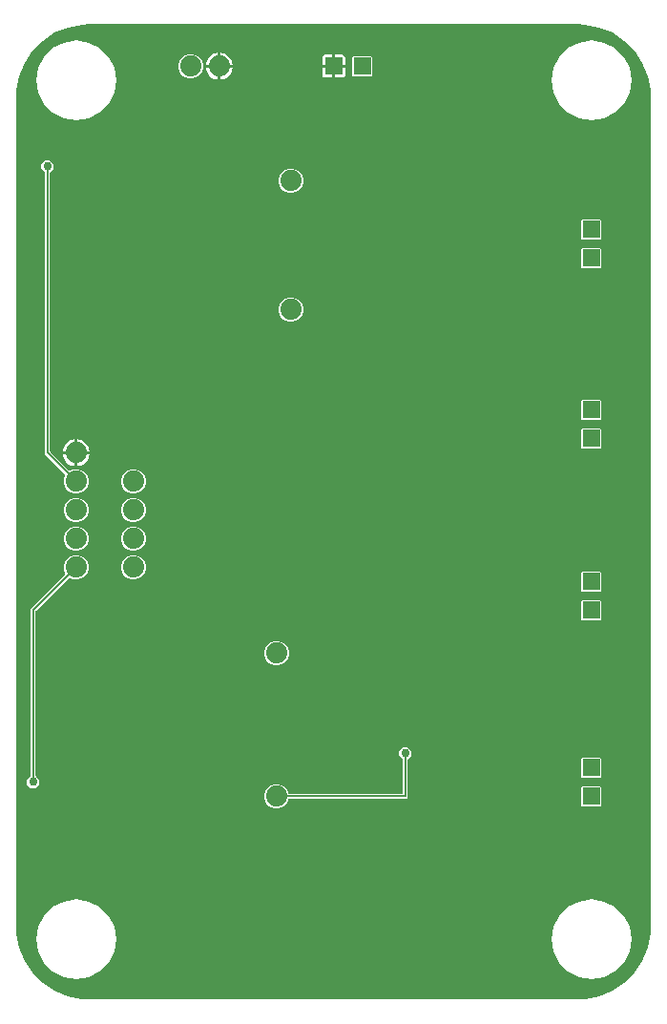
<source format=gbr>
G04 EAGLE Gerber RS-274X export*
G75*
%MOMM*%
%FSLAX34Y34*%
%LPD*%
%INBottom Copper*%
%IPPOS*%
%AMOC8*
5,1,8,0,0,1.08239X$1,22.5*%
G01*
%ADD10C,1.879600*%
%ADD11R,1.524000X1.524000*%
%ADD12C,0.152400*%
%ADD13C,0.756400*%

G36*
X509014Y10163D02*
X509014Y10163D01*
X509037Y10162D01*
X515318Y10470D01*
X515350Y10477D01*
X515429Y10484D01*
X527749Y12935D01*
X527772Y12943D01*
X527892Y12978D01*
X539497Y17785D01*
X539518Y17798D01*
X539629Y17855D01*
X550074Y24834D01*
X550091Y24851D01*
X550189Y24929D01*
X559071Y33811D01*
X559085Y33830D01*
X559166Y33926D01*
X566145Y44371D01*
X566155Y44393D01*
X566215Y44503D01*
X571022Y56108D01*
X571028Y56131D01*
X571065Y56251D01*
X573516Y68571D01*
X573517Y68604D01*
X573530Y68682D01*
X573838Y74963D01*
X573837Y74977D01*
X573839Y75000D01*
X573839Y810700D01*
X573837Y810714D01*
X573838Y810737D01*
X573530Y817018D01*
X573523Y817050D01*
X573516Y817129D01*
X571065Y829449D01*
X571057Y829472D01*
X571022Y829592D01*
X566215Y841197D01*
X566202Y841218D01*
X566145Y841329D01*
X559166Y851774D01*
X559149Y851791D01*
X559134Y851811D01*
X559121Y851833D01*
X559106Y851845D01*
X559071Y851889D01*
X550189Y860771D01*
X550170Y860785D01*
X550074Y860866D01*
X539629Y867845D01*
X539607Y867855D01*
X539497Y867915D01*
X527892Y872722D01*
X527869Y872728D01*
X527749Y872765D01*
X515429Y875216D01*
X515396Y875217D01*
X515318Y875230D01*
X509037Y875538D01*
X509023Y875537D01*
X509000Y875539D01*
X75000Y875539D01*
X74986Y875537D01*
X74962Y875538D01*
X68682Y875230D01*
X68650Y875223D01*
X68571Y875216D01*
X56251Y872765D01*
X56228Y872757D01*
X56108Y872722D01*
X44503Y867915D01*
X44482Y867902D01*
X44371Y867845D01*
X33926Y860866D01*
X33909Y860849D01*
X33811Y860771D01*
X24929Y851889D01*
X24915Y851870D01*
X24834Y851774D01*
X17855Y841329D01*
X17845Y841307D01*
X17785Y841198D01*
X12978Y829592D01*
X12972Y829569D01*
X12942Y829472D01*
X12941Y829471D01*
X12941Y829469D01*
X12935Y829449D01*
X10484Y817129D01*
X10483Y817096D01*
X10470Y817018D01*
X10162Y810737D01*
X10163Y810723D01*
X10161Y810700D01*
X10161Y75000D01*
X10163Y74986D01*
X10162Y74963D01*
X10470Y68682D01*
X10477Y68650D01*
X10484Y68571D01*
X12935Y56251D01*
X12943Y56228D01*
X12978Y56108D01*
X17785Y44503D01*
X17798Y44482D01*
X17855Y44371D01*
X24834Y33926D01*
X24851Y33909D01*
X24929Y33811D01*
X33811Y24929D01*
X33830Y24915D01*
X33926Y24834D01*
X44371Y17855D01*
X44393Y17845D01*
X44502Y17785D01*
X56108Y12978D01*
X56131Y12972D01*
X56251Y12935D01*
X68571Y10484D01*
X68604Y10483D01*
X68682Y10470D01*
X74963Y10162D01*
X74977Y10163D01*
X75000Y10161D01*
X509000Y10161D01*
X509014Y10163D01*
G37*
%LPC*%
G36*
X509714Y29689D02*
X509714Y29689D01*
X499803Y34738D01*
X491938Y42603D01*
X486889Y52514D01*
X485149Y63500D01*
X486889Y74486D01*
X491938Y84397D01*
X499803Y92262D01*
X509714Y97311D01*
X520700Y99051D01*
X531686Y97311D01*
X541597Y92262D01*
X549462Y84397D01*
X554511Y74486D01*
X556251Y63500D01*
X554511Y52514D01*
X549462Y42603D01*
X541597Y34738D01*
X531686Y29689D01*
X520700Y27949D01*
X509714Y29689D01*
G37*
%LPD*%
%LPC*%
G36*
X509714Y791689D02*
X509714Y791689D01*
X499803Y796738D01*
X491938Y804603D01*
X486889Y814514D01*
X485149Y825500D01*
X486889Y836486D01*
X491938Y846397D01*
X499803Y854262D01*
X509714Y859311D01*
X520700Y861051D01*
X531686Y859311D01*
X541597Y854262D01*
X549462Y846397D01*
X554511Y836486D01*
X556251Y825500D01*
X554511Y814514D01*
X549462Y804603D01*
X541597Y796738D01*
X531686Y791689D01*
X520700Y789949D01*
X509714Y791689D01*
G37*
%LPD*%
%LPC*%
G36*
X52514Y29689D02*
X52514Y29689D01*
X42603Y34738D01*
X34738Y42603D01*
X29689Y52514D01*
X27949Y63500D01*
X29689Y74486D01*
X34738Y84397D01*
X42603Y92262D01*
X52514Y97311D01*
X63500Y99051D01*
X74486Y97311D01*
X84397Y92262D01*
X92262Y84397D01*
X97311Y74486D01*
X99051Y63500D01*
X97311Y52514D01*
X92262Y42603D01*
X84397Y34738D01*
X74486Y29689D01*
X63500Y27949D01*
X52514Y29689D01*
G37*
%LPD*%
%LPC*%
G36*
X52514Y791689D02*
X52514Y791689D01*
X42603Y796738D01*
X34738Y804603D01*
X29689Y814514D01*
X27949Y825500D01*
X29689Y836486D01*
X34738Y846397D01*
X42603Y854262D01*
X52514Y859311D01*
X63500Y861051D01*
X74486Y859311D01*
X84397Y854262D01*
X92262Y846397D01*
X97311Y836486D01*
X99051Y825500D01*
X97311Y814514D01*
X92262Y804603D01*
X84397Y796738D01*
X74486Y791689D01*
X63500Y789949D01*
X52514Y791689D01*
G37*
%LPD*%
%LPC*%
G36*
X61327Y458977D02*
X61327Y458977D01*
X57313Y460640D01*
X54240Y463713D01*
X52577Y467727D01*
X52577Y472073D01*
X53998Y475503D01*
X54025Y475617D01*
X54053Y475730D01*
X54053Y475737D01*
X54054Y475743D01*
X54043Y475859D01*
X54034Y475976D01*
X54032Y475981D01*
X54031Y475988D01*
X53983Y476095D01*
X53938Y476202D01*
X53933Y476208D01*
X53931Y476212D01*
X53919Y476226D01*
X53833Y476333D01*
X35813Y494353D01*
X35813Y743767D01*
X35799Y743857D01*
X35791Y743948D01*
X35779Y743977D01*
X35774Y744009D01*
X35731Y744090D01*
X35695Y744174D01*
X35669Y744206D01*
X35658Y744227D01*
X35635Y744249D01*
X35590Y744305D01*
X32793Y747102D01*
X32793Y751498D01*
X35902Y754607D01*
X40298Y754607D01*
X43407Y751498D01*
X43407Y747102D01*
X40610Y744305D01*
X40557Y744231D01*
X40497Y744161D01*
X40485Y744131D01*
X40466Y744105D01*
X40439Y744018D01*
X40405Y743933D01*
X40401Y743892D01*
X40394Y743870D01*
X40395Y743838D01*
X40387Y743767D01*
X40387Y496563D01*
X40401Y496472D01*
X40409Y496382D01*
X40421Y496352D01*
X40426Y496320D01*
X40469Y496239D01*
X40505Y496155D01*
X40531Y496123D01*
X40542Y496102D01*
X40565Y496080D01*
X40610Y496024D01*
X57067Y479567D01*
X57161Y479499D01*
X57256Y479429D01*
X57262Y479427D01*
X57267Y479423D01*
X57378Y479389D01*
X57490Y479353D01*
X57496Y479353D01*
X57502Y479351D01*
X57619Y479354D01*
X57736Y479355D01*
X57743Y479357D01*
X57748Y479357D01*
X57765Y479364D01*
X57897Y479402D01*
X61327Y480823D01*
X65673Y480823D01*
X69687Y479160D01*
X72760Y476087D01*
X74423Y472073D01*
X74423Y467727D01*
X72760Y463713D01*
X69687Y460640D01*
X65673Y458977D01*
X61327Y458977D01*
G37*
%LPD*%
%LPC*%
G36*
X23202Y197893D02*
X23202Y197893D01*
X20093Y201002D01*
X20093Y205398D01*
X22890Y208195D01*
X22943Y208269D01*
X23003Y208339D01*
X23015Y208369D01*
X23034Y208395D01*
X23061Y208482D01*
X23095Y208567D01*
X23099Y208608D01*
X23106Y208630D01*
X23105Y208662D01*
X23113Y208733D01*
X23113Y356547D01*
X53833Y387267D01*
X53901Y387361D01*
X53971Y387456D01*
X53973Y387462D01*
X53977Y387467D01*
X54011Y387578D01*
X54047Y387690D01*
X54047Y387696D01*
X54049Y387702D01*
X54046Y387819D01*
X54045Y387936D01*
X54043Y387943D01*
X54043Y387948D01*
X54036Y387965D01*
X53998Y388097D01*
X52577Y391527D01*
X52577Y395873D01*
X54240Y399887D01*
X57313Y402960D01*
X61327Y404623D01*
X65673Y404623D01*
X69687Y402960D01*
X72760Y399887D01*
X74423Y395873D01*
X74423Y391527D01*
X72760Y387513D01*
X69687Y384440D01*
X65673Y382777D01*
X61327Y382777D01*
X57897Y384198D01*
X57783Y384225D01*
X57670Y384253D01*
X57663Y384253D01*
X57657Y384254D01*
X57541Y384243D01*
X57424Y384234D01*
X57419Y384232D01*
X57412Y384231D01*
X57305Y384183D01*
X57198Y384138D01*
X57192Y384133D01*
X57188Y384131D01*
X57174Y384119D01*
X57067Y384033D01*
X27910Y354876D01*
X27857Y354802D01*
X27797Y354732D01*
X27785Y354702D01*
X27766Y354676D01*
X27739Y354589D01*
X27705Y354504D01*
X27701Y354463D01*
X27694Y354441D01*
X27695Y354409D01*
X27687Y354337D01*
X27687Y208733D01*
X27701Y208643D01*
X27709Y208552D01*
X27721Y208523D01*
X27726Y208491D01*
X27769Y208410D01*
X27805Y208326D01*
X27831Y208294D01*
X27842Y208273D01*
X27865Y208251D01*
X27910Y208195D01*
X30707Y205398D01*
X30707Y201002D01*
X27598Y197893D01*
X23202Y197893D01*
G37*
%LPD*%
%LPC*%
G36*
X239127Y179577D02*
X239127Y179577D01*
X235113Y181240D01*
X232040Y184313D01*
X230377Y188327D01*
X230377Y192673D01*
X232040Y196687D01*
X235113Y199760D01*
X239127Y201423D01*
X243473Y201423D01*
X247487Y199760D01*
X250560Y196687D01*
X251981Y193257D01*
X252042Y193157D01*
X252102Y193057D01*
X252107Y193053D01*
X252110Y193048D01*
X252200Y192973D01*
X252289Y192897D01*
X252295Y192895D01*
X252300Y192891D01*
X252408Y192849D01*
X252517Y192805D01*
X252525Y192804D01*
X252530Y192803D01*
X252548Y192802D01*
X252684Y192787D01*
X352552Y192787D01*
X352572Y192790D01*
X352591Y192788D01*
X352693Y192810D01*
X352795Y192826D01*
X352812Y192836D01*
X352832Y192840D01*
X352921Y192893D01*
X353012Y192942D01*
X353026Y192956D01*
X353043Y192966D01*
X353110Y193045D01*
X353182Y193120D01*
X353190Y193138D01*
X353203Y193153D01*
X353242Y193249D01*
X353285Y193343D01*
X353287Y193363D01*
X353295Y193381D01*
X353313Y193548D01*
X353313Y223067D01*
X353299Y223157D01*
X353291Y223248D01*
X353279Y223277D01*
X353274Y223309D01*
X353231Y223390D01*
X353195Y223474D01*
X353169Y223506D01*
X353158Y223527D01*
X353135Y223549D01*
X353090Y223605D01*
X350293Y226402D01*
X350293Y230798D01*
X353402Y233907D01*
X357798Y233907D01*
X360907Y230798D01*
X360907Y226402D01*
X358110Y223605D01*
X358057Y223531D01*
X357997Y223461D01*
X357985Y223431D01*
X357966Y223405D01*
X357939Y223318D01*
X357905Y223233D01*
X357901Y223192D01*
X357894Y223170D01*
X357895Y223138D01*
X357887Y223067D01*
X357887Y189553D01*
X356547Y188213D01*
X252684Y188213D01*
X252569Y188194D01*
X252453Y188177D01*
X252448Y188175D01*
X252441Y188174D01*
X252339Y188119D01*
X252234Y188066D01*
X252230Y188061D01*
X252224Y188058D01*
X252144Y187974D01*
X252062Y187890D01*
X252058Y187884D01*
X252055Y187880D01*
X252047Y187863D01*
X251981Y187743D01*
X250560Y184313D01*
X247487Y181240D01*
X243473Y179577D01*
X239127Y179577D01*
G37*
%LPD*%
%LPC*%
G36*
X239127Y306577D02*
X239127Y306577D01*
X235113Y308240D01*
X232040Y311313D01*
X230377Y315327D01*
X230377Y319673D01*
X232040Y323687D01*
X235113Y326760D01*
X239127Y328423D01*
X243473Y328423D01*
X247487Y326760D01*
X250560Y323687D01*
X252223Y319673D01*
X252223Y315327D01*
X250560Y311313D01*
X247487Y308240D01*
X243473Y306577D01*
X239127Y306577D01*
G37*
%LPD*%
%LPC*%
G36*
X251827Y725677D02*
X251827Y725677D01*
X247813Y727340D01*
X244740Y730413D01*
X243077Y734427D01*
X243077Y738773D01*
X244740Y742787D01*
X247813Y745860D01*
X251827Y747523D01*
X256173Y747523D01*
X260187Y745860D01*
X263260Y742787D01*
X264923Y738773D01*
X264923Y734427D01*
X263260Y730413D01*
X260187Y727340D01*
X256173Y725677D01*
X251827Y725677D01*
G37*
%LPD*%
%LPC*%
G36*
X162927Y827277D02*
X162927Y827277D01*
X158913Y828940D01*
X155840Y832013D01*
X154177Y836027D01*
X154177Y840373D01*
X155840Y844387D01*
X158913Y847460D01*
X162927Y849123D01*
X167273Y849123D01*
X171287Y847460D01*
X174360Y844387D01*
X176023Y840373D01*
X176023Y836027D01*
X174360Y832013D01*
X171287Y828940D01*
X167273Y827277D01*
X162927Y827277D01*
G37*
%LPD*%
%LPC*%
G36*
X251827Y611377D02*
X251827Y611377D01*
X247813Y613040D01*
X244740Y616113D01*
X243077Y620127D01*
X243077Y624473D01*
X244740Y628487D01*
X247813Y631560D01*
X251827Y633223D01*
X256173Y633223D01*
X260187Y631560D01*
X263260Y628487D01*
X264923Y624473D01*
X264923Y620127D01*
X263260Y616113D01*
X260187Y613040D01*
X256173Y611377D01*
X251827Y611377D01*
G37*
%LPD*%
%LPC*%
G36*
X61327Y408177D02*
X61327Y408177D01*
X57313Y409840D01*
X54240Y412913D01*
X52577Y416927D01*
X52577Y421273D01*
X54240Y425287D01*
X57313Y428360D01*
X61327Y430023D01*
X65673Y430023D01*
X69687Y428360D01*
X72760Y425287D01*
X74423Y421273D01*
X74423Y416927D01*
X72760Y412913D01*
X69687Y409840D01*
X65673Y408177D01*
X61327Y408177D01*
G37*
%LPD*%
%LPC*%
G36*
X112127Y458977D02*
X112127Y458977D01*
X108113Y460640D01*
X105040Y463713D01*
X103377Y467727D01*
X103377Y472073D01*
X105040Y476087D01*
X108113Y479160D01*
X112127Y480823D01*
X116473Y480823D01*
X120487Y479160D01*
X123560Y476087D01*
X125223Y472073D01*
X125223Y467727D01*
X123560Y463713D01*
X120487Y460640D01*
X116473Y458977D01*
X112127Y458977D01*
G37*
%LPD*%
%LPC*%
G36*
X112127Y433577D02*
X112127Y433577D01*
X108113Y435240D01*
X105040Y438313D01*
X103377Y442327D01*
X103377Y446673D01*
X105040Y450687D01*
X108113Y453760D01*
X112127Y455423D01*
X116473Y455423D01*
X120487Y453760D01*
X123560Y450687D01*
X125223Y446673D01*
X125223Y442327D01*
X123560Y438313D01*
X120487Y435240D01*
X116473Y433577D01*
X112127Y433577D01*
G37*
%LPD*%
%LPC*%
G36*
X61327Y433577D02*
X61327Y433577D01*
X57313Y435240D01*
X54240Y438313D01*
X52577Y442327D01*
X52577Y446673D01*
X54240Y450687D01*
X57313Y453760D01*
X61327Y455423D01*
X65673Y455423D01*
X69687Y453760D01*
X72760Y450687D01*
X74423Y446673D01*
X74423Y442327D01*
X72760Y438313D01*
X69687Y435240D01*
X65673Y433577D01*
X61327Y433577D01*
G37*
%LPD*%
%LPC*%
G36*
X112127Y408177D02*
X112127Y408177D01*
X108113Y409840D01*
X105040Y412913D01*
X103377Y416927D01*
X103377Y421273D01*
X105040Y425287D01*
X108113Y428360D01*
X112127Y430023D01*
X116473Y430023D01*
X120487Y428360D01*
X123560Y425287D01*
X125223Y421273D01*
X125223Y416927D01*
X123560Y412913D01*
X120487Y409840D01*
X116473Y408177D01*
X112127Y408177D01*
G37*
%LPD*%
%LPC*%
G36*
X112127Y382777D02*
X112127Y382777D01*
X108113Y384440D01*
X105040Y387513D01*
X103377Y391527D01*
X103377Y395873D01*
X105040Y399887D01*
X108113Y402960D01*
X112127Y404623D01*
X116473Y404623D01*
X120487Y402960D01*
X123560Y399887D01*
X125223Y395873D01*
X125223Y391527D01*
X123560Y387513D01*
X120487Y384440D01*
X116473Y382777D01*
X112127Y382777D01*
G37*
%LPD*%
%LPC*%
G36*
X309248Y829055D02*
X309248Y829055D01*
X308355Y829948D01*
X308355Y846452D01*
X309248Y847345D01*
X325752Y847345D01*
X326645Y846452D01*
X326645Y829948D01*
X325752Y829055D01*
X309248Y829055D01*
G37*
%LPD*%
%LPC*%
G36*
X512448Y524255D02*
X512448Y524255D01*
X511555Y525148D01*
X511555Y541652D01*
X512448Y542545D01*
X528952Y542545D01*
X529845Y541652D01*
X529845Y525148D01*
X528952Y524255D01*
X512448Y524255D01*
G37*
%LPD*%
%LPC*%
G36*
X512448Y658875D02*
X512448Y658875D01*
X511555Y659768D01*
X511555Y676272D01*
X512448Y677165D01*
X528952Y677165D01*
X529845Y676272D01*
X529845Y659768D01*
X528952Y658875D01*
X512448Y658875D01*
G37*
%LPD*%
%LPC*%
G36*
X512448Y371855D02*
X512448Y371855D01*
X511555Y372748D01*
X511555Y389252D01*
X512448Y390145D01*
X528952Y390145D01*
X529845Y389252D01*
X529845Y372748D01*
X528952Y371855D01*
X512448Y371855D01*
G37*
%LPD*%
%LPC*%
G36*
X512448Y346455D02*
X512448Y346455D01*
X511555Y347348D01*
X511555Y363852D01*
X512448Y364745D01*
X528952Y364745D01*
X529845Y363852D01*
X529845Y347348D01*
X528952Y346455D01*
X512448Y346455D01*
G37*
%LPD*%
%LPC*%
G36*
X512448Y498855D02*
X512448Y498855D01*
X511555Y499748D01*
X511555Y516252D01*
X512448Y517145D01*
X528952Y517145D01*
X529845Y516252D01*
X529845Y499748D01*
X528952Y498855D01*
X512448Y498855D01*
G37*
%LPD*%
%LPC*%
G36*
X512448Y684275D02*
X512448Y684275D01*
X511555Y685168D01*
X511555Y701672D01*
X512448Y702565D01*
X528952Y702565D01*
X529845Y701672D01*
X529845Y685168D01*
X528952Y684275D01*
X512448Y684275D01*
G37*
%LPD*%
%LPC*%
G36*
X512448Y206755D02*
X512448Y206755D01*
X511555Y207648D01*
X511555Y224152D01*
X512448Y225045D01*
X528952Y225045D01*
X529845Y224152D01*
X529845Y207648D01*
X528952Y206755D01*
X512448Y206755D01*
G37*
%LPD*%
%LPC*%
G36*
X512448Y181355D02*
X512448Y181355D01*
X511555Y182248D01*
X511555Y198752D01*
X512448Y199645D01*
X528952Y199645D01*
X529845Y198752D01*
X529845Y182248D01*
X528952Y181355D01*
X512448Y181355D01*
G37*
%LPD*%
%LPC*%
G36*
X192023Y839723D02*
X192023Y839723D01*
X192023Y850046D01*
X193296Y849845D01*
X195083Y849264D01*
X196757Y848411D01*
X198278Y847306D01*
X199606Y845978D01*
X200711Y844457D01*
X201564Y842783D01*
X202145Y840996D01*
X202346Y839723D01*
X192023Y839723D01*
G37*
%LPD*%
%LPC*%
G36*
X65023Y496823D02*
X65023Y496823D01*
X65023Y507146D01*
X66296Y506945D01*
X68083Y506364D01*
X69757Y505511D01*
X71278Y504406D01*
X72606Y503078D01*
X73711Y501557D01*
X74564Y499883D01*
X75145Y498096D01*
X75346Y496823D01*
X65023Y496823D01*
G37*
%LPD*%
%LPC*%
G36*
X178654Y839723D02*
X178654Y839723D01*
X178855Y840996D01*
X179436Y842783D01*
X180289Y844457D01*
X181394Y845978D01*
X182722Y847306D01*
X184243Y848411D01*
X185917Y849264D01*
X187704Y849845D01*
X188977Y850046D01*
X188977Y839723D01*
X178654Y839723D01*
G37*
%LPD*%
%LPC*%
G36*
X192023Y836677D02*
X192023Y836677D01*
X202346Y836677D01*
X202145Y835404D01*
X201564Y833617D01*
X200711Y831943D01*
X199606Y830422D01*
X198278Y829094D01*
X196757Y827989D01*
X195083Y827136D01*
X193296Y826555D01*
X192023Y826354D01*
X192023Y836677D01*
G37*
%LPD*%
%LPC*%
G36*
X65023Y493777D02*
X65023Y493777D01*
X75346Y493777D01*
X75145Y492504D01*
X74564Y490717D01*
X73711Y489043D01*
X72606Y487522D01*
X71278Y486194D01*
X69757Y485089D01*
X68083Y484236D01*
X66296Y483655D01*
X65023Y483454D01*
X65023Y493777D01*
G37*
%LPD*%
%LPC*%
G36*
X51654Y496823D02*
X51654Y496823D01*
X51855Y498096D01*
X52436Y499883D01*
X53289Y501557D01*
X54394Y503078D01*
X55722Y504406D01*
X57243Y505511D01*
X58917Y506364D01*
X60704Y506945D01*
X61977Y507146D01*
X61977Y496823D01*
X51654Y496823D01*
G37*
%LPD*%
%LPC*%
G36*
X60704Y483655D02*
X60704Y483655D01*
X58917Y484236D01*
X57243Y485089D01*
X55722Y486194D01*
X54394Y487522D01*
X53289Y489043D01*
X52436Y490717D01*
X51855Y492504D01*
X51654Y493777D01*
X61977Y493777D01*
X61977Y483454D01*
X60704Y483655D01*
G37*
%LPD*%
%LPC*%
G36*
X187704Y826555D02*
X187704Y826555D01*
X185917Y827136D01*
X184243Y827989D01*
X182722Y829094D01*
X181394Y830422D01*
X180289Y831943D01*
X179436Y833617D01*
X178855Y835404D01*
X178654Y836677D01*
X188977Y836677D01*
X188977Y826354D01*
X187704Y826555D01*
G37*
%LPD*%
%LPC*%
G36*
X293623Y839723D02*
X293623Y839723D01*
X293623Y848361D01*
X300054Y848361D01*
X300701Y848188D01*
X301280Y847853D01*
X301753Y847380D01*
X302088Y846801D01*
X302261Y846154D01*
X302261Y839723D01*
X293623Y839723D01*
G37*
%LPD*%
%LPC*%
G36*
X281939Y839723D02*
X281939Y839723D01*
X281939Y846154D01*
X282112Y846801D01*
X282447Y847380D01*
X282920Y847853D01*
X283499Y848188D01*
X284146Y848361D01*
X290577Y848361D01*
X290577Y839723D01*
X281939Y839723D01*
G37*
%LPD*%
%LPC*%
G36*
X293623Y828039D02*
X293623Y828039D01*
X293623Y836677D01*
X302261Y836677D01*
X302261Y830246D01*
X302088Y829599D01*
X301753Y829020D01*
X301280Y828547D01*
X300701Y828212D01*
X300054Y828039D01*
X293623Y828039D01*
G37*
%LPD*%
%LPC*%
G36*
X284146Y828039D02*
X284146Y828039D01*
X283499Y828212D01*
X282920Y828547D01*
X282447Y829020D01*
X282112Y829599D01*
X281939Y830246D01*
X281939Y836677D01*
X290577Y836677D01*
X290577Y828039D01*
X284146Y828039D01*
G37*
%LPD*%
%LPC*%
G36*
X292099Y838199D02*
X292099Y838199D01*
X292099Y838201D01*
X292101Y838201D01*
X292101Y838199D01*
X292099Y838199D01*
G37*
%LPD*%
%LPC*%
G36*
X190499Y838199D02*
X190499Y838199D01*
X190499Y838201D01*
X190501Y838201D01*
X190501Y838199D01*
X190499Y838199D01*
G37*
%LPD*%
%LPC*%
G36*
X63499Y495299D02*
X63499Y495299D01*
X63499Y495301D01*
X63501Y495301D01*
X63501Y495299D01*
X63499Y495299D01*
G37*
%LPD*%
D10*
X63500Y495300D03*
X63500Y469900D03*
X63500Y444500D03*
X63500Y419100D03*
X63500Y393700D03*
X114300Y444500D03*
X114300Y419100D03*
X114300Y393700D03*
X241300Y317500D03*
X241300Y190500D03*
D11*
X292100Y838200D03*
X317500Y838200D03*
D10*
X254000Y622300D03*
X254000Y736600D03*
D11*
X520700Y693420D03*
X520700Y668020D03*
X520700Y533400D03*
X520700Y508000D03*
X520700Y381000D03*
X520700Y355600D03*
X520700Y215900D03*
X520700Y190500D03*
D10*
X165100Y838200D03*
X114300Y469900D03*
X190500Y838200D03*
D12*
X38100Y495300D02*
X63500Y469900D01*
X38100Y495300D02*
X38100Y749300D01*
D13*
X38100Y749300D03*
X88900Y152400D03*
X210820Y167640D03*
X210185Y714375D03*
X88900Y698500D03*
X88900Y584200D03*
X330200Y177800D03*
X215900Y292100D03*
X88900Y279400D03*
X317500Y660400D03*
X215900Y599440D03*
X381000Y88900D03*
X317500Y355600D03*
X317500Y508000D03*
D12*
X355600Y190500D02*
X241300Y190500D01*
X355600Y190500D02*
X355600Y228600D01*
D13*
X355600Y228600D03*
D12*
X63500Y393700D02*
X25400Y355600D01*
X25400Y203200D01*
D13*
X25400Y203200D03*
M02*

</source>
